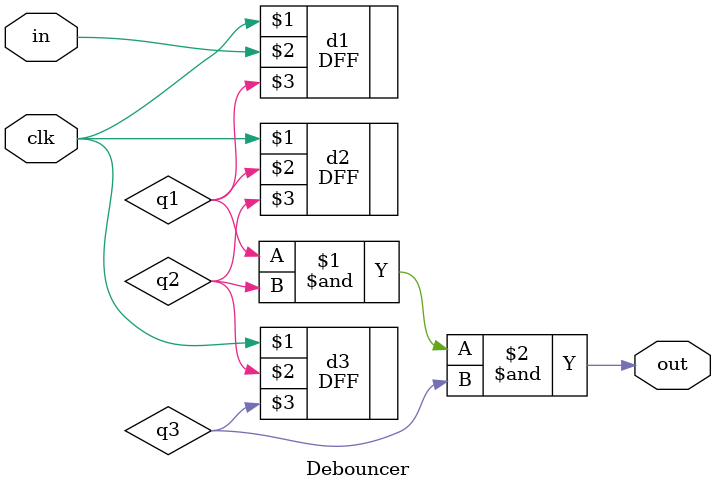
<source format=v>
module Debouncer (input clk, input in, output out);
wire q1,q2,q3;
//DFF d1 (.clk(clk), .in(in), .out(q1));
//DFF d2 (.clk(clk), .in(q1), .out(q2));
//DFF d3 (.clk(clk), .in(q2), .out(q3));
DFF d1 (clk,in,q1);
DFF d2 (clk,q1,q2);
DFF d3 (clk,q2,q3);

assign out = q1&q2&q3;
endmodule
</source>
